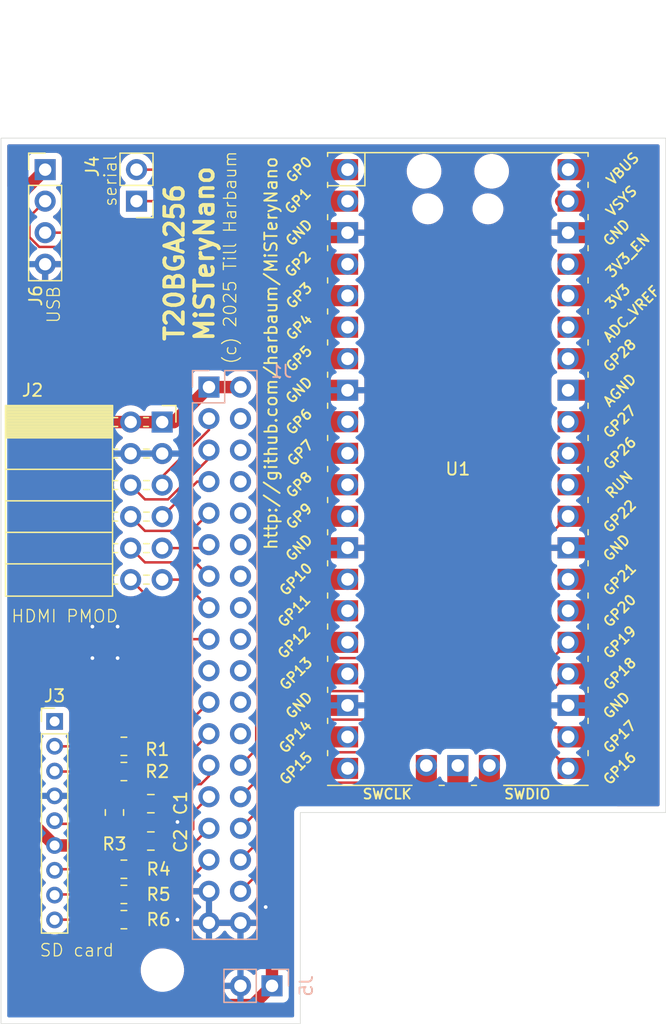
<source format=kicad_pcb>
(kicad_pcb (version 20240108) (generator "pcbnew") (generator_version "8.0")
  (layers (0 "F.Cu" signal) (31 "B.Cu" signal) (34 "B.Paste" user) (35 "F.Paste" user) (36 "B.SilkS" user "B.Silkscreen") (37 "F.SilkS" user "F.Silkscreen") (38 "B.Mask" user) (39 "F.Mask" user) (44 "Edge.Cuts" user))
  (net 0 "")
  (net 1 "/GPIOL_28")
  (net 2 "/GPIOL_43")
  (net 3 "/GPIOL_37")
  (net 4 "/GPIOL_12")
  (net 5 "/GPIOL_40")
  (net 6 "/GPIOL_39")
  (net 7 "GND")
  (net 8 "/GPIOL_36")
  (net 9 "/GPIOL_22")
  (net 10 "/GPIOL_23")
  (net 11 "/GPIOL_21")
  (net 12 "VCC")
  (net 13 "/GPIOL_25")
  (net 14 "/GPIOL_31")
  (net 15 "/GPIOL_34")
  (net 16 "/GPIOL_13")
  (net 17 "/GPIOL_33")
  (net 18 "/GPIOL_35")
  (net 19 "/GPIOL_19")
  (net 20 "/GPIOL_11")
  (net 21 "/GPIOL_29")
  (net 22 "/GPIOL_18")
  (net 23 "/GPIOL_42")
  (net 24 "/GPIOL_26")
  (net 25 "/GPIOL_27")
  (net 26 "/GPIOL_32")
  (net 27 "/GPIOL_16")
  (net 28 "/GPIOL_15")
  (net 29 "/GPIOL_24")
  (net 30 "/GPIOL_30")
  (net 31 "/GPIOL_41")
  (net 32 "/GPIOL_14")
  (net 33 "/GPIOL_20")
  (net 34 "Net-(J3-Pin_9)")
  (net 35 "Net-(J3-Pin_2)")
  (net 36 "Net-(J3-Pin_8)")
  (net 38 "Net-(J3-Pin_3)")
  (net 39 "Net-(J3-Pin_5)")
  (net 40 "Net-(J3-Pin_7)")
  (net 41 "+5V")
  (net 43 "Net-(J4-Pin_2)")
  (net 44 "Net-(J4-Pin_1)")
  (net 45 "Net-(J6-Pin_2)")
  (net 48 "Net-(J6-Pin_3)")
  (footprint "Capacitor_SMD:C_0805_2012Metric" (layer "F.Cu") (at 124.34625 103.428)
    (property "Reference" "C1")
    (property "Value" "100nF")
  )
  (footprint "Capacitor_SMD:C_0805_2012Metric" (layer "F.Cu") (at 124.34625 106.438)
    (property "Reference" "C2")
    (property "Value" "10µF")
  )
  (footprint "Resistor_SMD:R_0805_2012Metric" (layer "F.Cu") (at 122.174 110.744)
    (property "Reference" "R5")
    (property "Value" "22")
  )
  (footprint "Resistor_SMD:R_0805_2012Metric" (layer "F.Cu") (at 121.412 104.14 90)
    (property "Reference" "R3")
    (property "Value" "22")
  )
  (footprint "Connector_PinHeader_2.00mm:PinHeader_1x09_P2.00mm_Vertical" (layer "F.Cu") (at 116.586 96.798)
    (property "Reference" "J3")
    (property "Value" "SD card")
  )
  (footprint "Connector_PinHeader_2.54mm:PinHeader_1x02_P2.54mm_Vertical" (layer "F.Cu") (at 123.19 54.864 180)
    (property "Reference" "J4")
    (property "Value" "serial")
  )
  (footprint "MCU_RaspberryPi_and_Boards:RPi_Pico_SMD_TH" (layer "F.Cu") (at 149.098 76.454)
    (property "Reference" "U1")
    (property "Value" "Pico")
  )
  (footprint "Resistor_SMD:R_0805_2012Metric" (layer "F.Cu") (at 122.174 100.838)
    (property "Reference" "R2")
    (property "Value" "22")
  )
  (footprint "Resistor_SMD:R_0805_2012Metric" (layer "F.Cu") (at 122.174 108.712)
    (property "Reference" "R4")
    (property "Value" "22")
  )
  (footprint "Connector_PinHeader_2.54mm:PinHeader_1x04_P2.54mm_Vertical" (layer "F.Cu") (at 115.824 52.324)
    (property "Reference" "J6")
    (property "Value" "USB Breakout")
  )
  (footprint "MountingHole:MountingHole_3mm" (layer "F.Cu") (at 125.476 116.84)
    (property "Reference" "H1" (hide yes))
    (property "Value" "MountingHole" (hide yes))
  )
  (footprint "Resistor_SMD:R_0805_2012Metric" (layer "F.Cu") (at 122.174 112.776)
    (property "Reference" "R6")
    (property "Value" "22")
  )
  (footprint "Connector_PinSocket_2.54mm:PinSocket_2x06_P2.54mm_Horizontal" (layer "F.Cu") (at 125.259 72.669)
    (property "Reference" "J2")
    (property "Value" "PMOD HDMI")
  )
  (footprint "Resistor_SMD:R_0805_2012Metric" (layer "F.Cu") (at 122.174 98.806)
    (property "Reference" "R1")
    (property "Value" "22")
  )
  (footprint "Connector_PinSocket_2.54mm:PinSocket_1x02_P2.54mm_Vertical" (layer "B.Cu") (at 134.112 118.11 90)
    (property "Reference" "J5")
    (property "Value" "PWR")
  )
  (footprint "Connector_PinSocket_2.54mm:PinSocket_2x18_P2.54mm_Vertical" (layer "B.Cu") (at 129.032 69.85 180)
    (property "Reference" "J1")
    (property "Value" "BANK 1B_1C")
  )
  (gr_poly (pts (xy 165.862 104.14) (xy 136.398 104.14) (xy 136.398 121.158) (xy 112.268 121.158) (xy 112.268 49.784) (xy 165.862 49.784)) (stroke (width 0.05)) (fill none) (layer "Edge.Cuts"))
  (gr_text "SD card" (at 115.316 115.824 0) (layer "F.SilkS") (effects (font (size 1 1) (thickness 0.1)) (justify left bottom)))
  (gr_text "T20BGA256\nMiSTeryNano" (at 129.54 66.294 90) (layer "F.SilkS") (effects (font (size 1.5 1.5) (thickness 0.3) (bold yes)) (justify left bottom)))
  (gr_text "USB" (at 117.094 64.77 90) (layer "F.SilkS") (effects (font (size 1 1) (thickness 0.1)) (justify left bottom)))
  (gr_text "HDMI PMOD" (at 113.03 88.9 0) (layer "F.SilkS") (effects (font (size 1 1) (thickness 0.1)) (justify left bottom)))
  (gr_text "serial" (at 121.666 55.372 90) (layer "F.SilkS") (effects (font (size 1 1) (thickness 0.1)) (justify left bottom)))
  (gr_text "http://github.com/harbaum/MiSTeryNano" (at 134.62 83.058 90) (layer "F.SilkS") (effects (font (size 1 1)) (justify left bottom)))
  (gr_text "(c) 2025 Till Harbaum" (at 131.318 68.072 90) (layer "F.SilkS") (effects (font (size 1 1) (thickness 0.1)) (justify left bottom)))
  (segment (start 134.042 105.48) (end 134.042 102.432) (width 0.2) (layer "F.Cu") (net 1))
  (segment (start 157.226 97.282) (end 157.988 98.044) (width 0.2) (layer "F.Cu") (net 1))
  (segment (start 156.464 97.282) (end 157.226 97.282) (width 0.2) (layer "F.Cu") (net 1))
  (segment (start 134.042 102.432) (end 137.188843 99.285157) (width 0.2) (layer "F.Cu") (net 1))
  (segment (start 154.94 95.758) (end 156.464 97.282) (width 0.2) (layer "F.Cu") (net 1))
  (segment (start 137.188843 99.285157) (end 141.506843 99.285157) (width 0.2) (layer "F.Cu") (net 1))
  (segment (start 145.034 95.758) (end 154.94 95.758) (width 0.2) (layer "F.Cu") (net 1))
  (segment (start 141.506843 99.285157) (end 145.034 95.758) (width 0.2) (layer "F.Cu") (net 1))
  (segment (start 131.572 107.95) (end 134.042 105.48) (width 0.2) (layer "F.Cu") (net 1))
  (segment (start 123.869 78.899) (end 125.735346 78.899) (width 0.2) (layer "F.Cu") (net 4))
  (segment (start 122.719 77.749) (end 123.869 78.899) (width 0.2) (layer "F.Cu") (net 4))
  (segment (start 129.032 75.602346) (end 129.032 74.93) (width 0.2) (layer "F.Cu") (net 4))
  (segment (start 125.735346 78.899) (end 129.032 75.602346) (width 0.2) (layer "F.Cu") (net 4))
  (segment (start 128.44875 110.744) (end 128.70275 110.49) (width 0.2) (layer "F.Cu") (net 7))
  (segment (start 128.44875 112.776) (end 128.70275 113.03) (width 0.2) (layer "F.Cu") (net 7))
  (via (at 121.666 89.154) (size 0.6) (drill 0.3) (layers "F.Cu" "B.Cu") (net 7))
  (via (at 121.666 91.694) (size 0.6) (drill 0.3) (layers "F.Cu" "B.Cu") (net 7))
  (via (at 126.492 112.776) (size 0.6) (drill 0.3) (layers "F.Cu" "B.Cu") (net 7))
  (via (at 126.492 104.902) (size 0.6) (drill 0.3) (layers "F.Cu" "B.Cu") (net 7))
  (via (at 133.604 111.76) (size 0.6) (drill 0.3) (layers "F.Cu" "B.Cu") (net 7))
  (via (at 119.634 89.154) (size 0.6) (drill 0.3) (layers "F.Cu" "B.Cu") (net 7))
  (via (at 119.634 91.694) (size 0.6) (drill 0.3) (layers "F.Cu" "B.Cu") (net 7))
  (segment (start 125.984 100.838) (end 129.032 97.79) (width 0.2) (layer "F.Cu") (net 9))
  (segment (start 123.0865 100.838) (end 125.984 100.838) (width 0.2) (layer "F.Cu") (net 9))
  (segment (start 121.412 102.87) (end 121.412 103.2275) (width 0.2) (layer "F.Cu") (net 10))
  (segment (start 128.379994 101.854) (end 122.428 101.854) (width 0.2) (layer "F.Cu") (net 10))
  (segment (start 122.428 101.854) (end 121.412 102.87) (width 0.2) (layer "F.Cu") (net 10))
  (segment (start 129.032 101.201994) (end 128.379994 101.854) (width 0.2) (layer "F.Cu") (net 10))
  (segment (start 129.032 100.33) (end 129.032 101.201994) (width 0.2) (layer "F.Cu") (net 10))
  (segment (start 123.0865 98.806) (end 125.476 98.806) (width 0.2) (layer "F.Cu") (net 11))
  (segment (start 125.476 98.806) (end 129.032 95.25) (width 0.2) (layer "F.Cu") (net 11))
  (segment (start 116.586 106.798) (end 114.738 104.95) (width 1) (layer "F.Cu") (net 12))
  (segment (start 118.339 72.669) (end 122.719 72.669) (width 1) (layer "F.Cu") (net 12))
  (segment (start 123.39625 106.438) (end 123.03625 106.798) (width 1) (layer "F.Cu") (net 12))
  (segment (start 122.719 72.669) (end 125.259 72.669) (width 1) (layer "F.Cu") (net 12))
  (segment (start 114.738 104.95) (end 114.738 76.27) (width 1) (layer "F.Cu") (net 12))
  (segment (start 123.39625 103.428) (end 123.39625 106.438) (width 1) (layer "F.Cu") (net 12))
  (segment (start 126.213 72.669) (end 129.032 69.85) (width 1) (layer "F.Cu") (net 12))
  (segment (start 129.032 69.85) (end 131.572 69.85) (width 1) (layer "F.Cu") (net 12))
  (segment (start 114.738 76.27) (end 118.339 72.669) (width 1) (layer "F.Cu") (net 12))
  (segment (start 125.259 72.669) (end 126.213 72.669) (width 1) (layer "F.Cu") (net 12))
  (segment (start 123.03625 106.798) (end 116.586 106.798) (width 1) (layer "F.Cu") (net 12))
  (segment (start 123.0865 110.744) (end 123.698 110.744) (width 0.2) (layer "F.Cu") (net 13))
  (segment (start 123.698 110.744) (end 129.032 105.41) (width 0.2) (layer "F.Cu") (net 13))
  (segment (start 132.842 96.23) (end 137.378 91.694) (width 0.2) (layer "F.Cu") (net 14))
  (segment (start 137.378 91.694) (end 146.558 91.694) (width 0.2) (layer "F.Cu") (net 14))
  (segment (start 146.558 91.694) (end 157.988 80.264) (width 0.2) (layer "F.Cu") (net 14))
  (segment (start 131.572 100.33) (end 132.842 99.06) (width 0.2) (layer "F.Cu") (net 14))
  (segment (start 132.842 99.06) (end 132.842 96.23) (width 0.2) (layer "F.Cu") (net 14))
  (segment (start 128.078 77.47) (end 129.032 77.47) (width 0.2) (layer "F.Cu") (net 16))
  (segment (start 125.259 80.289) (end 128.078 77.47) (width 0.2) (layer "F.Cu") (net 16))
  (segment (start 127.52 90.17) (end 129.032 90.17) (width 0.2) (layer "F.Cu") (net 19))
  (segment (start 122.719 85.369) (end 127.52 90.17) (width 0.2) (layer "F.Cu") (net 19))
  (segment (start 125.259 77.749) (end 125.259 77.076654) (width 0.2) (layer "F.Cu") (net 20))
  (segment (start 129.032 73.303654) (end 129.032 72.39) (width 0.2) (layer "F.Cu") (net 20))
  (segment (start 125.259 77.076654) (end 129.032 73.303654) (width 0.2) (layer "F.Cu") (net 20))
  (segment (start 133.642 100.51) (end 137.498 96.654) (width 0.2) (layer "F.Cu") (net 21))
  (segment (start 155.702 95.25) (end 157.988 92.964) (width 0.2) (layer "F.Cu") (net 21))
  (segment (start 143.002 96.654) (end 144.406 95.25) (width 0.2) (layer "F.Cu") (net 21))
  (segment (start 131.572 105.41) (end 133.642 103.34) (width 0.2) (layer "F.Cu") (net 21))
  (segment (start 144.406 95.25) (end 155.702 95.25) (width 0.2) (layer "F.Cu") (net 21))
  (segment (start 137.498 96.654) (end 143.002 96.654) (width 0.2) (layer "F.Cu") (net 21))
  (segment (start 133.642 103.34) (end 133.642 100.51) (width 0.2) (layer "F.Cu") (net 21))
  (segment (start 125.259 85.369) (end 126.771 85.369) (width 0.2) (layer "F.Cu") (net 22))
  (segment (start 126.771 85.369) (end 129.032 87.63) (width 0.2) (layer "F.Cu") (net 22))
  (segment (start 124.206 112.776) (end 129.032 107.95) (width 0.2) (layer "F.Cu") (net 24))
  (segment (start 123.0865 112.776) (end 124.206 112.776) (width 0.2) (layer "F.Cu") (net 24))
  (segment (start 153.67 96.266) (end 157.988 100.584) (width 0.2) (layer "F.Cu") (net 25))
  (segment (start 135.305686 101.734) (end 141.358 101.734) (width 0.2) (layer "F.Cu") (net 25))
  (segment (start 141.358 101.734) (end 142.494 100.598) (width 0.2) (layer "F.Cu") (net 25))
  (segment (start 142.494 99.314) (end 145.542 96.266) (width 0.2) (layer "F.Cu") (net 25))
  (segment (start 142.494 100.598) (end 142.494 99.314) (width 0.2) (layer "F.Cu") (net 25))
  (segment (start 145.542 96.266) (end 153.67 96.266) (width 0.2) (layer "F.Cu") (net 25))
  (segment (start 134.442 102.597686) (end 135.305686 101.734) (width 0.2) (layer "F.Cu") (net 25))
  (segment (start 131.572 110.49) (end 134.442 107.62) (width 0.2) (layer "F.Cu") (net 25))
  (segment (start 134.442 107.62) (end 134.442 102.597686) (width 0.2) (layer "F.Cu") (net 25))
  (segment (start 127.921 83.979) (end 129.032 85.09) (width 0.2) (layer "F.Cu") (net 27))
  (segment (start 122.719 82.829) (end 123.869 83.979) (width 0.2) (layer "F.Cu") (net 27))
  (segment (start 123.869 83.979) (end 127.921 83.979) (width 0.2) (layer "F.Cu") (net 27))
  (segment (start 125.259 82.829) (end 128.753 82.829) (width 0.2) (layer "F.Cu") (net 28))
  (segment (start 128.753 82.829) (end 129.032 82.55) (width 0.2) (layer "F.Cu") (net 28))
  (segment (start 127.762 105.481994) (end 127.762 104.14) (width 0.2) (layer "F.Cu") (net 29))
  (segment (start 124.531994 108.712) (end 127.762 105.481994) (width 0.2) (layer "F.Cu") (net 29))
  (segment (start 127.762 104.14) (end 129.032 102.87) (width 0.2) (layer "F.Cu") (net 29))
  (segment (start 123.0865 108.712) (end 124.531994 108.712) (width 0.2) (layer "F.Cu") (net 29))
  (segment (start 154.058 94.354) (end 157.988 90.424) (width 0.2) (layer "F.Cu") (net 30))
  (segment (start 131.572 102.87) (end 133.242 101.2) (width 0.2) (layer "F.Cu") (net 30))
  (segment (start 133.242 98.37) (end 137.258 94.354) (width 0.2) (layer "F.Cu") (net 30))
  (segment (start 133.242 101.2) (end 133.242 98.37) (width 0.2) (layer "F.Cu") (net 30))
  (segment (start 137.258 94.354) (end 154.058 94.354) (width 0.2) (layer "F.Cu") (net 30))
  (segment (start 123.869 81.439) (end 127.603 81.439) (width 0.2) (layer "F.Cu") (net 32))
  (segment (start 127.603 81.439) (end 129.032 80.01) (width 0.2) (layer "F.Cu") (net 32))
  (segment (start 122.719 80.289) (end 123.869 81.439) (width 0.2) (layer "F.Cu") (net 32))
  (segment (start 116.608 112.776) (end 116.586 112.798) (width 0.2) (layer "F.Cu") (net 34))
  (segment (start 121.2615 112.776) (end 116.608 112.776) (width 0.2) (layer "F.Cu") (net 34))
  (segment (start 121.2615 98.806) (end 116.594 98.806) (width 0.2) (layer "F.Cu") (net 35))
  (segment (start 116.594 98.806) (end 116.586 98.798) (width 0.2) (layer "F.Cu") (net 35))
  (segment (start 116.64 110.744) (end 116.586 110.798) (width 0.2) (layer "F.Cu") (net 36))
  (segment (start 121.2615 110.744) (end 116.64 110.744) (width 0.2) (layer "F.Cu") (net 36))
  (segment (start 116.626 100.838) (end 116.586 100.798) (width 0.2) (layer "F.Cu") (net 38))
  (segment (start 121.2615 100.838) (end 116.626 100.838) (width 0.2) (layer "F.Cu") (net 38))
  (segment (start 121.412 105.0525) (end 116.8405 105.0525) (width 0.2) (layer "F.Cu") (net 39))
  (segment (start 116.8405 105.0525) (end 116.586 104.798) (width 0.2) (layer "F.Cu") (net 39))
  (segment (start 116.736 104.648) (end 116.586 104.798) (width 0.2) (layer "F.Cu") (net 39))
  (segment (start 121.2615 108.712) (end 116.672 108.712) (width 0.2) (layer "F.Cu") (net 40))
  (segment (start 116.672 108.712) (end 116.586 108.798) (width 0.2) (layer "F.Cu") (net 40))
  (segment (start 142.748 103.124) (end 135.89 103.124) (width 1) (layer "F.Cu") (net 41))
  (segment (start 135.89 103.124) (end 135.242 103.772) (width 1) (layer "F.Cu") (net 41))
  (segment (start 132.562 119.66) (end 115.342 119.66) (width 1) (layer "F.Cu") (net 41))
  (segment (start 163.068 57.584) (end 163.068 100.838) (width 1) (layer "F.Cu") (net 41))
  (segment (start 135.242 103.772) (end 135.242 115.202) (width 1) (layer "F.Cu") (net 41))
  (segment (start 163.068 100.838) (end 161.29 102.616) (width 1) (layer "F.Cu") (net 41))
  (segment (start 115.342 119.66) (end 113.538 117.856) (width 1) (layer "F.Cu") (net 41))
  (segment (start 113.538 117.856) (end 113.538 54.61) (width 1) (layer "F.Cu") (net 41))
  (segment (start 161.29 102.616) (end 155.194 102.616) (width 1) (layer "F.Cu") (net 41))
  (segment (start 135.242 115.202) (end 134.112 116.332) (width 1) (layer "F.Cu") (net 41))
  (segment (start 160.348 54.864) (end 163.068 57.584) (width 1) (layer "F.Cu") (net 41))
  (segment (start 153.67 98.298) (end 145.034 98.298) (width 1) (layer "F.Cu") (net 41))
  (segment (start 154.432 101.854) (end 154.432 99.06) (width 1) (layer "F.Cu") (net 41))
  (segment (start 113.538 54.61) (end 115.824 52.324) (width 1) (layer "F.Cu") (net 41))
  (segment (start 144.31 99.022) (end 144.31 101.562) (width 1) (layer "F.Cu") (net 41))
  (segment (start 145.034 98.298) (end 144.31 99.022) (width 1) (layer "F.Cu") (net 41))
  (segment (start 154.432 99.06) (end 153.67 98.298) (width 1) (layer "F.Cu") (net 41))
  (segment (start 157.428 54.864) (end 157.988 54.864) (width 1) (layer "F.Cu") (net 41))
  (segment (start 155.194 102.616) (end 154.432 101.854) (width 1) (layer "F.Cu") (net 41))
  (segment (start 157.988 54.864) (end 160.348 54.864) (width 1) (layer "F.Cu") (net 41))
  (segment (start 134.112 118.11) (end 132.562 119.66) (width 1) (layer "F.Cu") (net 41))
  (segment (start 144.31 101.562) (end 142.748 103.124) (width 1) (layer "F.Cu") (net 41))
  (segment (start 134.112 116.332) (end 134.112 118.11) (width 1) (layer "F.Cu") (net 41))
  (segment (start 123.19 52.324) (end 140.208 52.324) (width 0.2) (layer "F.Cu") (net 43))
  (segment (start 123.19 54.864) (end 140.208 54.864) (width 0.2) (layer "F.Cu") (net 44))
  (segment (start 115.347654 58.554) (end 114.554 57.760346) (width 0.2) (layer "F.Cu") (net 45))
  (segment (start 117.526173 58.554) (end 115.347654 58.554) (width 0.2) (layer "F.Cu") (net 45))
  (segment (start 140.208 62.484) (end 121.456173 62.484) (width 0.2) (layer "F.Cu") (net 45))
  (segment (start 121.456173 62.484) (end 117.526173 58.554) (width 0.2) (layer "F.Cu") (net 45))
  (segment (start 114.554 57.760346) (end 114.554 56.134) (width 0.2) (layer "F.Cu") (net 45))
  (segment (start 114.554 56.134) (end 115.824 54.864) (width 0.2) (layer "F.Cu") (net 45))
  (segment (start 115.824 57.404) (end 118.364 57.404) (width 0.2) (layer "F.Cu") (net 48))
  (segment (start 120.904 59.944) (end 140.208 59.944) (width 0.2) (layer "F.Cu") (net 48))
  (segment (start 118.364 57.404) (end 120.904 59.944) (width 0.2) (layer "F.Cu") (net 48))
  (zone (net 7) (net_name "GND") (layers "F.Cu" "B.Cu") (connect_pads (clearance 0.5)) (min_thickness 0.25) (fill yes (thermal_gap 0.5) (thermal_bridge_width 0.5))
    (polygon (pts (xy 112.268 49.784) (xy 165.862 49.784) (xy 165.862 104.14) (xy 136.398 104.14) (xy 136.398 121.158) (xy 112.268 121.158)))
  )
)
</source>
